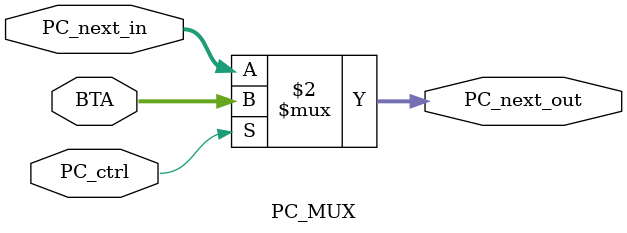
<source format=v>
`timescale 1ns / 1ps

module PC_MUX
(
    input [63:0] PC_next_in,
    input [63:0] BTA,
    input PC_ctrl,

    output [63:0] PC_next_out
);

    assign PC_next_out = PC_ctrl == 1? BTA : PC_next_in;

endmodule
</source>
